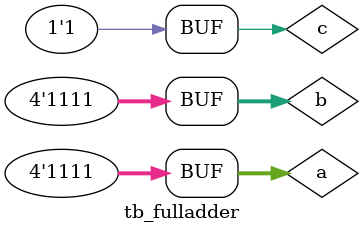
<source format=v>
module tb_fulladder;
  
  reg [3:0]a,b;
  reg c;
  wire [3:0]diff;
  wire borr;
  
  full_adder4bit f(.Sum(diff), .Carry(borr), .A(a), .B(b), .Cin(c) );
  initial
    begin 
      $monitor($time, "a=%b,b=%b,c=%b,Sum=%b,Carry=%b",a,b,c,diff,borr);
    
    #10 a=4'b0000; b=1'b0000; c=1'b0;
    #10 a=4'b0100; b=4'b0010; c=1'b1;
    #10 a=4'b0000; b=4'b0001; c=1'b0;
    #10 a=4'b0000; b=4'b0001; c=1'b1;
    #10 a=4'b1111; b=4'b1111; c=1'b1;

    end
endmodule

</source>
